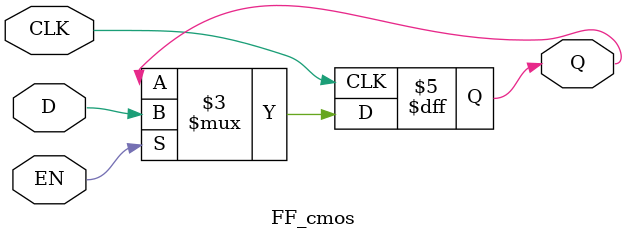
<source format=v>
/* flip flop tipo D de n bits disparado por flanco
   creciente de clk con entrada de habilitacion enb.
   */
module FF
(
    input CLK,
    input EN,
    input D,
    output reg Q
);

/* en cada flanco creciente se actualiza la salida
   q con el valor en d si la enb esta habilitado.
   */
always @(posedge CLK) begin
    if (EN == 1'b1)
        Q <= D;
end

// NOTA: se tuvo que modificar este archivo para
// que los DFF sean de un bit, ya que YOSYS no
// parece trabajar con modulos que usen para-
// metros.
endmodule

module FF_cmos
(
    input CLK,
    input EN,
    input D,
    output reg Q
);

/* en cada flanco creciente se actualiza la salida
   q con el valor en d si la enb esta habilitado.
   */
always @(posedge CLK) begin
    if (EN == 1'b1)
        Q <= D;
end

// NOTA: se tuvo que modificar este archivo para
// que los DFF sean de un bit, ya que YOSYS no
// parece trabajar con modulos que usen para-
// metros.
endmodule

</source>
